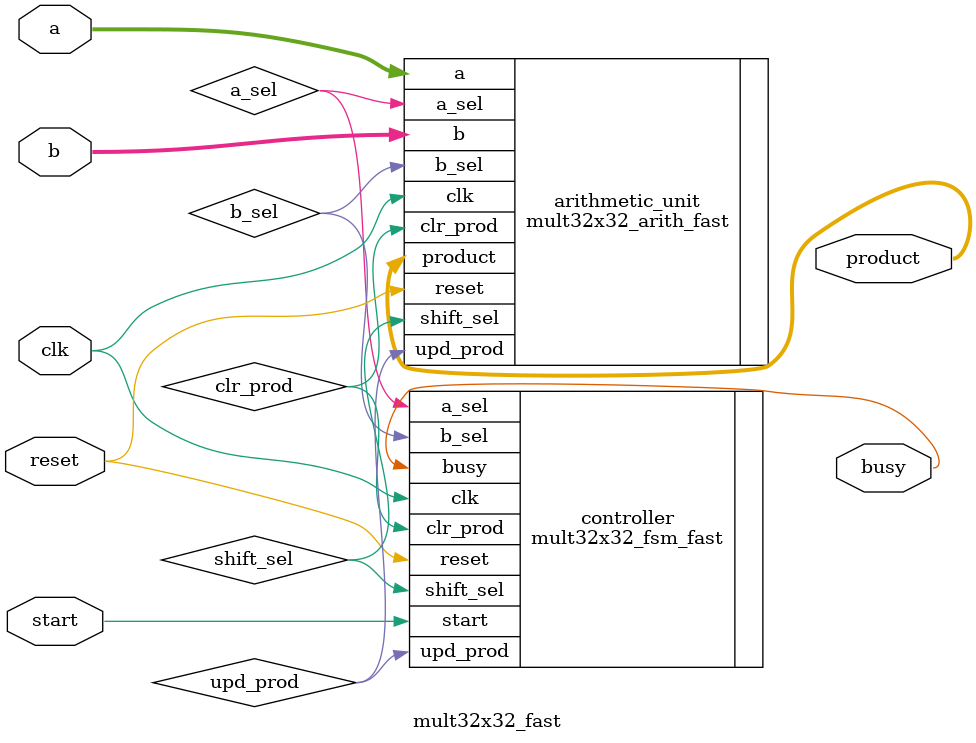
<source format=sv>
module mult32x32_fast (
    input logic clk,            // Clock
    input logic reset,          // Reset
    input logic start,          // Start signal
    input logic [31:0] a,       // Input a
    input logic [31:0] b,       // Input b
    output logic busy,          // Multiplier busy indication
    output logic [63:0] product // Miltiplication product
);

// Put your code here
// ------------------

	// Initiallize controller
	mult32x32_fsm_fast controller (
		.clk(clk),
		.reset(reset),
		.start(start),
		.busy(busy),
		.a_sel(a_sel),
		.b_sel(b_sel),
		.shift_sel(shift_sel),
		.upd_prod(upd_prod),
		.clr_prod(clr_prod)
	);

	// Initiallize the arithmetic unit
	mult32x32_arith_fast arithmetic_unit (
		.clk(clk),
		.reset(reset),
		.a(a),
		.b(b),
		.a_sel(a_sel),
		.b_sel(b_sel),
		.shift_sel(shift_sel),
		.upd_prod(upd_prod),
		.clr_prod(clr_prod),
		.product(product)
	);

// End of your code

endmodule

</source>
